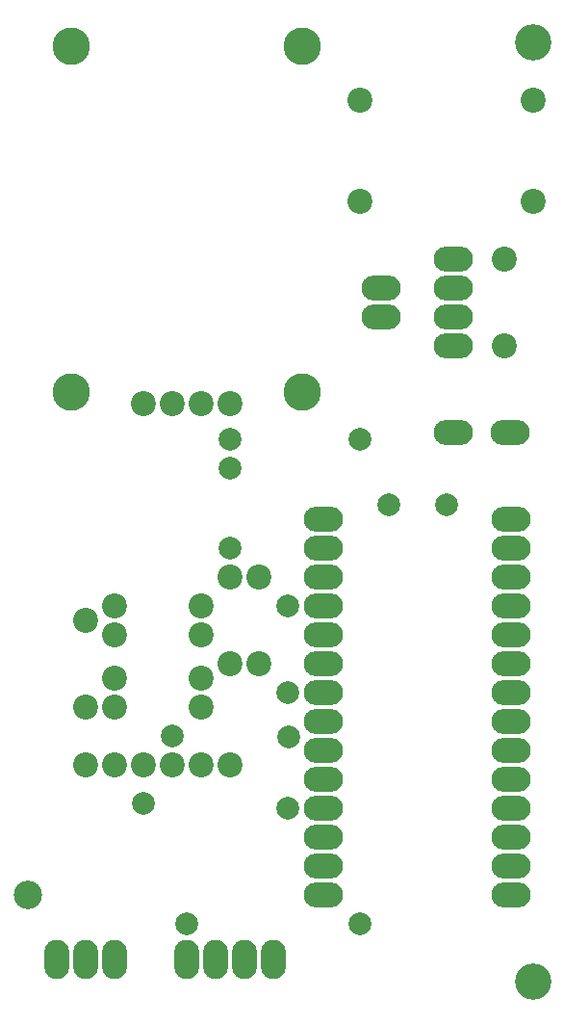
<source format=gbr>
%TF.GenerationSoftware,KiCad,Pcbnew,(5.1.6)-1*%
%TF.CreationDate,2026-02-23T13:11:28-05:00*%
%TF.ProjectId,gps_board,6770735f-626f-4617-9264-2e6b69636164,rev?*%
%TF.SameCoordinates,PX231fb30PY77e7cd0*%
%TF.FileFunction,Soldermask,Bot*%
%TF.FilePolarity,Negative*%
%FSLAX46Y46*%
G04 Gerber Fmt 4.6, Leading zero omitted, Abs format (unit mm)*
G04 Created by KiCad (PCBNEW (5.1.6)-1) date 2026-02-23 13:11:28*
%MOMM*%
%LPD*%
G01*
G04 APERTURE LIST*
%ADD10C,2.200000*%
%ADD11C,2.500000*%
%ADD12C,3.300000*%
%ADD13O,2.200000X3.470000*%
%ADD14O,3.470000X2.200000*%
%ADD15C,3.200000*%
%ADD16C,2.000000*%
G04 APERTURE END LIST*
D10*
%TO.C,J6*%
X7620000Y22860000D03*
X10160000Y22860000D03*
X12700000Y22860000D03*
X15240000Y22860000D03*
X17780000Y22860000D03*
X20320000Y22860000D03*
%TD*%
D11*
%TO.C,REF\u002A\u002A*%
X2540000Y11430000D03*
%TD*%
D12*
%TO.C,J7*%
X6360000Y55610000D03*
X26660000Y55610000D03*
X26660000Y86010000D03*
X6360000Y86010000D03*
D10*
X20320000Y54610000D03*
X17780000Y54610000D03*
X15240000Y54610000D03*
X12700000Y54610000D03*
%TD*%
%TO.C,R2*%
X7620000Y27940000D03*
X7620000Y35560000D03*
%TD*%
D13*
%TO.C,J2*%
X5080000Y5715000D03*
X7620000Y5715000D03*
X10160000Y5715000D03*
%TD*%
D14*
%TO.C,U2*%
X28575000Y44450000D03*
X45085000Y44450000D03*
X28575000Y41910000D03*
X28575000Y39370000D03*
X28575000Y36830000D03*
X28575000Y34290000D03*
X28575000Y31750000D03*
X28575000Y29210000D03*
X28575000Y26670000D03*
X28575000Y24130000D03*
X28575000Y21590000D03*
X28575000Y19050000D03*
X28575000Y16510000D03*
X28575000Y13970000D03*
X28575000Y11430000D03*
X45085000Y41910000D03*
X45085000Y39370000D03*
X45085000Y36830000D03*
X45085000Y34290000D03*
X45085000Y31750000D03*
X45085000Y29210000D03*
X45085000Y26670000D03*
X45085000Y24130000D03*
X45085000Y21590000D03*
X45085000Y19050000D03*
X45085000Y16510000D03*
X45085000Y13970000D03*
X45085000Y11430000D03*
%TD*%
D15*
%TO.C,REF\u002A\u002A*%
X46990000Y86360000D03*
%TD*%
%TO.C,REF\u002A\u002A*%
X46990000Y3810000D03*
%TD*%
D14*
%TO.C,C1*%
X40005000Y52070000D03*
X44975000Y52070000D03*
%TD*%
D10*
%TO.C,D1*%
X44450000Y59690000D03*
X44450000Y67310000D03*
%TD*%
D14*
%TO.C,J3*%
X33655000Y64770000D03*
X33655000Y62230000D03*
%TD*%
%TO.C,J4*%
X40005000Y67310000D03*
X40005000Y64770000D03*
%TD*%
%TO.C,J5*%
X40005000Y59690000D03*
X40005000Y62230000D03*
%TD*%
D10*
%TO.C,M1*%
X31750000Y81280000D03*
X46990000Y81280000D03*
X46990000Y72390000D03*
X31750000Y72390000D03*
%TD*%
%TO.C,R1*%
X20320000Y39370000D03*
X20320000Y31750000D03*
%TD*%
%TO.C,R3*%
X22860000Y39370000D03*
X22860000Y31750000D03*
%TD*%
%TO.C,U1*%
X10160000Y30480000D03*
X10160000Y27940000D03*
X17780000Y27940000D03*
X17780000Y30480000D03*
%TD*%
%TO.C,U3*%
X10160000Y34290000D03*
X10160000Y36830000D03*
X17780000Y36830000D03*
X17780000Y34290000D03*
%TD*%
D13*
%TO.C,J1*%
X16510000Y5715000D03*
X19050000Y5715000D03*
X21590000Y5715000D03*
X24130000Y5715000D03*
%TD*%
D16*
X34290000Y45720000D03*
X39370000Y45720000D03*
X31750000Y8890000D03*
X16510000Y8890000D03*
X20320000Y41910000D03*
X20320000Y48895000D03*
X20320000Y51435000D03*
X31750000Y51435000D03*
X15240000Y25400000D03*
X25539990Y25260010D03*
X12700000Y19488252D03*
X25400000Y19050000D03*
X25400000Y29210000D03*
X25400000Y36830000D03*
M02*

</source>
